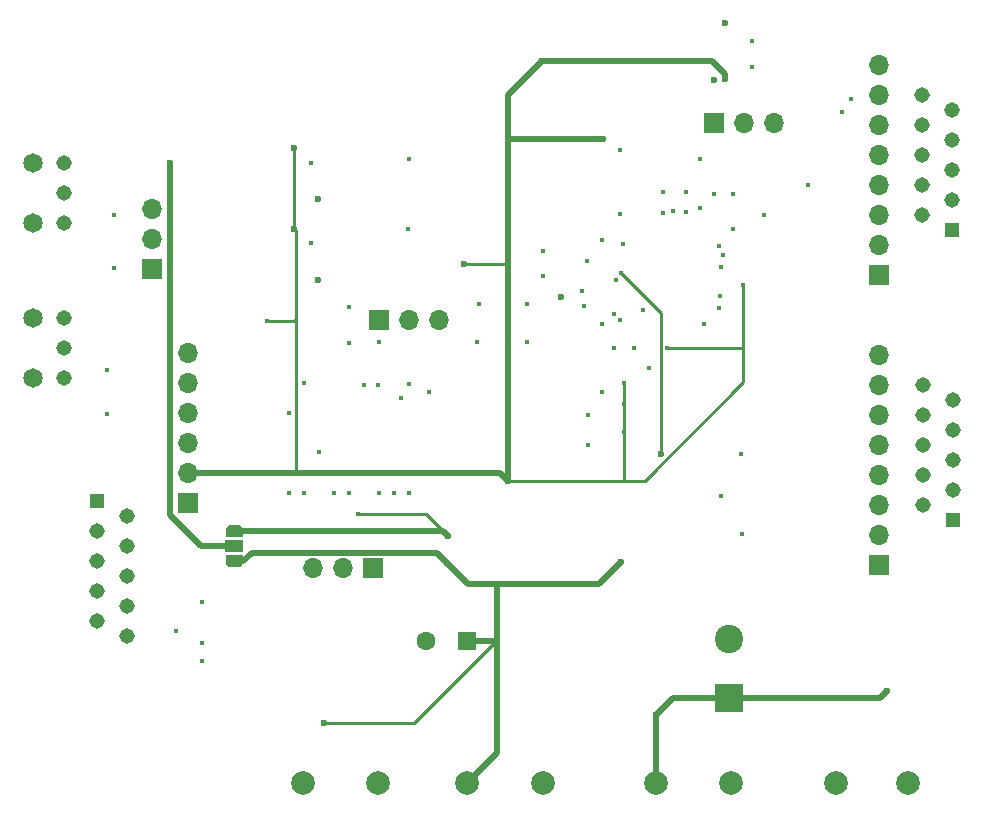
<source format=gbr>
G04 #@! TF.GenerationSoftware,KiCad,Pcbnew,(5.1.9-0-10_14)*
G04 #@! TF.CreationDate,2021-04-11T13:29:02+02:00*
G04 #@! TF.ProjectId,dac,6461632e-6b69-4636-9164-5f7063625858,rev?*
G04 #@! TF.SameCoordinates,Original*
G04 #@! TF.FileFunction,Copper,L4,Bot*
G04 #@! TF.FilePolarity,Positive*
%FSLAX46Y46*%
G04 Gerber Fmt 4.6, Leading zero omitted, Abs format (unit mm)*
G04 Created by KiCad (PCBNEW (5.1.9-0-10_14)) date 2021-04-11 13:29:02*
%MOMM*%
%LPD*%
G01*
G04 APERTURE LIST*
G04 #@! TA.AperFunction,ComponentPad*
%ADD10C,1.308000*%
G04 #@! TD*
G04 #@! TA.AperFunction,ComponentPad*
%ADD11C,1.650000*%
G04 #@! TD*
G04 #@! TA.AperFunction,SMDPad,CuDef*
%ADD12R,1.500000X1.000000*%
G04 #@! TD*
G04 #@! TA.AperFunction,SMDPad,CuDef*
%ADD13C,0.100000*%
G04 #@! TD*
G04 #@! TA.AperFunction,ComponentPad*
%ADD14O,1.700000X1.700000*%
G04 #@! TD*
G04 #@! TA.AperFunction,ComponentPad*
%ADD15R,1.700000X1.700000*%
G04 #@! TD*
G04 #@! TA.AperFunction,ComponentPad*
%ADD16C,2.000000*%
G04 #@! TD*
G04 #@! TA.AperFunction,ComponentPad*
%ADD17R,1.308000X1.308000*%
G04 #@! TD*
G04 #@! TA.AperFunction,ComponentPad*
%ADD18C,1.600000*%
G04 #@! TD*
G04 #@! TA.AperFunction,ComponentPad*
%ADD19R,1.600000X1.600000*%
G04 #@! TD*
G04 #@! TA.AperFunction,ComponentPad*
%ADD20C,2.400000*%
G04 #@! TD*
G04 #@! TA.AperFunction,ComponentPad*
%ADD21R,2.400000X2.400000*%
G04 #@! TD*
G04 #@! TA.AperFunction,ViaPad*
%ADD22C,0.450000*%
G04 #@! TD*
G04 #@! TA.AperFunction,ViaPad*
%ADD23C,0.600000*%
G04 #@! TD*
G04 #@! TA.AperFunction,Conductor*
%ADD24C,0.500000*%
G04 #@! TD*
G04 #@! TA.AperFunction,Conductor*
%ADD25C,0.250000*%
G04 #@! TD*
G04 APERTURE END LIST*
D10*
X115025000Y-83185000D03*
X115025000Y-85725000D03*
X115025000Y-88265000D03*
D11*
X112395000Y-88265000D03*
X112395000Y-83185000D03*
D10*
X115025000Y-70104000D03*
X115025000Y-72644000D03*
X115025000Y-75184000D03*
D11*
X112395000Y-75184000D03*
X112395000Y-70104000D03*
D12*
X129438400Y-102514400D03*
G04 #@! TA.AperFunction,SMDPad,CuDef*
D13*
G36*
X128689002Y-101214400D02*
G01*
X128689002Y-101189866D01*
X128693812Y-101141035D01*
X128703384Y-101092910D01*
X128717628Y-101045955D01*
X128736405Y-101000622D01*
X128759536Y-100957349D01*
X128786796Y-100916550D01*
X128817924Y-100878621D01*
X128852621Y-100843924D01*
X128890550Y-100812796D01*
X128931349Y-100785536D01*
X128974622Y-100762405D01*
X129019955Y-100743628D01*
X129066910Y-100729384D01*
X129115035Y-100719812D01*
X129163866Y-100715002D01*
X129188400Y-100715002D01*
X129188400Y-100714400D01*
X129688400Y-100714400D01*
X129688400Y-100715002D01*
X129712934Y-100715002D01*
X129761765Y-100719812D01*
X129809890Y-100729384D01*
X129856845Y-100743628D01*
X129902178Y-100762405D01*
X129945451Y-100785536D01*
X129986250Y-100812796D01*
X130024179Y-100843924D01*
X130058876Y-100878621D01*
X130090004Y-100916550D01*
X130117264Y-100957349D01*
X130140395Y-101000622D01*
X130159172Y-101045955D01*
X130173416Y-101092910D01*
X130182988Y-101141035D01*
X130187798Y-101189866D01*
X130187798Y-101214400D01*
X130188400Y-101214400D01*
X130188400Y-101764400D01*
X128688400Y-101764400D01*
X128688400Y-101214400D01*
X128689002Y-101214400D01*
G37*
G04 #@! TD.AperFunction*
G04 #@! TA.AperFunction,SMDPad,CuDef*
G36*
X130188400Y-103264400D02*
G01*
X130188400Y-103814400D01*
X130187798Y-103814400D01*
X130187798Y-103838934D01*
X130182988Y-103887765D01*
X130173416Y-103935890D01*
X130159172Y-103982845D01*
X130140395Y-104028178D01*
X130117264Y-104071451D01*
X130090004Y-104112250D01*
X130058876Y-104150179D01*
X130024179Y-104184876D01*
X129986250Y-104216004D01*
X129945451Y-104243264D01*
X129902178Y-104266395D01*
X129856845Y-104285172D01*
X129809890Y-104299416D01*
X129761765Y-104308988D01*
X129712934Y-104313798D01*
X129688400Y-104313798D01*
X129688400Y-104314400D01*
X129188400Y-104314400D01*
X129188400Y-104313798D01*
X129163866Y-104313798D01*
X129115035Y-104308988D01*
X129066910Y-104299416D01*
X129019955Y-104285172D01*
X128974622Y-104266395D01*
X128931349Y-104243264D01*
X128890550Y-104216004D01*
X128852621Y-104184876D01*
X128817924Y-104150179D01*
X128786796Y-104112250D01*
X128759536Y-104071451D01*
X128736405Y-104028178D01*
X128717628Y-103982845D01*
X128703384Y-103935890D01*
X128693812Y-103887765D01*
X128689002Y-103838934D01*
X128689002Y-103814400D01*
X128688400Y-103814400D01*
X128688400Y-103264400D01*
X130188400Y-103264400D01*
G37*
G04 #@! TD.AperFunction*
D14*
X136080500Y-104394000D03*
X138620500Y-104394000D03*
D15*
X141160500Y-104394000D03*
D16*
X171450000Y-122555000D03*
X165100000Y-122555000D03*
D17*
X190246000Y-100266500D03*
D10*
X187706000Y-98996500D03*
X190246000Y-97726500D03*
X187706000Y-96456500D03*
X190246000Y-95186500D03*
X187706000Y-93916500D03*
X190246000Y-92646500D03*
X187706000Y-91376500D03*
X190246000Y-90106500D03*
X187706000Y-88836500D03*
D14*
X184023000Y-86296500D03*
X184023000Y-88836500D03*
X184023000Y-91376500D03*
X184023000Y-93916500D03*
X184023000Y-96456500D03*
X184023000Y-98996500D03*
X184023000Y-101536500D03*
D15*
X184023000Y-104076500D03*
D14*
X175107600Y-66649600D03*
X172567600Y-66649600D03*
D15*
X170027600Y-66649600D03*
D14*
X122491500Y-73977500D03*
X122491500Y-76517500D03*
D15*
X122491500Y-79057500D03*
D14*
X184023000Y-61785500D03*
X184023000Y-64325500D03*
X184023000Y-66865500D03*
X184023000Y-69405500D03*
X184023000Y-71945500D03*
X184023000Y-74485500D03*
X184023000Y-77025500D03*
D15*
X184023000Y-79565500D03*
D14*
X146748500Y-83375500D03*
X144208500Y-83375500D03*
D15*
X141668500Y-83375500D03*
D17*
X117792500Y-98679000D03*
D10*
X120332500Y-99949000D03*
X117792500Y-101219000D03*
X120332500Y-102489000D03*
X117792500Y-103759000D03*
X120332500Y-105029000D03*
X117792500Y-106299000D03*
X120332500Y-107569000D03*
X117792500Y-108839000D03*
X120332500Y-110109000D03*
D17*
X190224000Y-75755500D03*
D10*
X187684000Y-74485500D03*
X190224000Y-73215500D03*
X187684000Y-71945500D03*
X190224000Y-70675500D03*
X187684000Y-69405500D03*
X190224000Y-68135500D03*
X187684000Y-66865500D03*
X190224000Y-65595500D03*
X187684000Y-64325500D03*
D18*
X145661500Y-110553500D03*
D19*
X149161500Y-110553500D03*
D14*
X125476000Y-86156800D03*
X125476000Y-88696800D03*
X125476000Y-91236800D03*
X125476000Y-93776800D03*
X125476000Y-96316800D03*
D15*
X125476000Y-98856800D03*
D16*
X180340000Y-122555000D03*
X186436000Y-122555000D03*
X141605000Y-122555000D03*
X149098000Y-122555000D03*
X155575000Y-122555000D03*
X135255000Y-122555000D03*
D20*
X171323000Y-110379500D03*
D21*
X171323000Y-115379500D03*
D22*
X165709600Y-72542400D03*
X165735000Y-74295000D03*
X164566600Y-87401400D03*
D23*
X170992800Y-58216800D03*
X136550400Y-73152000D03*
X136550400Y-79959200D03*
X157124400Y-81432400D03*
X131508500Y-96329500D03*
X152579000Y-96976000D03*
D22*
X166096000Y-85770400D03*
X172491400Y-80391000D03*
X162411400Y-88693000D03*
X162411400Y-92815400D03*
X162411400Y-90465900D03*
D23*
X155445800Y-61470200D03*
X148844000Y-78587600D03*
X160629600Y-68072000D03*
X170977600Y-63007200D03*
X134518400Y-75641200D03*
X134518400Y-68783200D03*
D22*
X132160000Y-83422500D03*
X139874000Y-99838500D03*
D23*
X147510500Y-101663500D03*
D22*
X159258000Y-78412000D03*
X155600400Y-79603600D03*
X155600400Y-77520800D03*
X162306000Y-76962000D03*
D23*
X184658000Y-114808000D03*
X165100000Y-116840000D03*
D22*
X135331200Y-88696800D03*
X134061200Y-91236800D03*
X136601200Y-94538800D03*
X159385000Y-91376500D03*
X150114000Y-81978500D03*
X144221200Y-88798400D03*
X159385000Y-93916500D03*
X149987000Y-85217000D03*
X141668500Y-85217000D03*
X141630400Y-88849200D03*
D23*
X165544500Y-94678500D03*
D22*
X162204400Y-79400400D03*
X167690800Y-74218800D03*
X167690800Y-72491600D03*
X163271200Y-85699600D03*
X161747200Y-79959200D03*
X161571002Y-82854800D03*
X161594800Y-85750400D03*
X160528000Y-83718400D03*
X140411200Y-88849200D03*
X145948400Y-89458800D03*
X160528000Y-89458800D03*
X154228800Y-85242400D03*
X159054800Y-82194400D03*
X158902400Y-80873600D03*
X154178000Y-81991200D03*
X170484800Y-77063600D03*
X170827765Y-77884800D03*
X174269400Y-74498200D03*
X177977800Y-71958200D03*
X170611800Y-78862000D03*
X162115500Y-74422000D03*
X162111164Y-68981662D03*
X160528000Y-76581000D03*
X171653200Y-75641200D03*
X171653200Y-72694800D03*
X169189400Y-83693000D03*
X172440600Y-101523800D03*
X170611800Y-98272600D03*
X170459400Y-82372200D03*
X170510200Y-81322199D03*
X172339000Y-94716600D03*
D23*
X170027600Y-63042800D03*
D22*
X181610000Y-64668400D03*
X173228000Y-59740800D03*
X162119800Y-83362800D03*
X170027600Y-72694800D03*
X164033200Y-82550000D03*
X180898800Y-65735200D03*
X173228000Y-61925200D03*
X168859200Y-73914000D03*
X168859200Y-69697600D03*
X144221200Y-69697600D03*
X166573200Y-74117200D03*
X144170400Y-75641200D03*
X139128500Y-97980500D03*
X137843498Y-97995502D03*
X139128500Y-85344000D03*
X139128500Y-82296000D03*
X135318500Y-97980500D03*
X134048500Y-97980500D03*
X118681500Y-91313000D03*
X119253000Y-78994000D03*
X126682500Y-107274010D03*
X141668500Y-97980500D03*
X144208500Y-98044000D03*
X124523500Y-109728000D03*
X143573500Y-89979500D03*
X126682500Y-112268000D03*
X126682500Y-110680500D03*
X142938500Y-98044000D03*
D23*
X147433000Y-103963500D03*
X162179000Y-103822500D03*
X151638000Y-110490000D03*
X137033000Y-117475000D03*
D22*
X135890000Y-70053200D03*
X119253000Y-74498200D03*
X135890000Y-76860400D03*
X118681500Y-87566500D03*
D23*
X123952000Y-70104000D03*
X123952000Y-83210400D03*
D24*
X151932500Y-96329500D02*
X152579000Y-96976000D01*
X143129000Y-96329500D02*
X151932500Y-96329500D01*
D25*
X166096000Y-85770400D02*
X166096000Y-85770400D01*
X164172002Y-96976000D02*
X172491400Y-88656602D01*
X172446000Y-85770400D02*
X172491400Y-85725000D01*
X166096000Y-85770400D02*
X172446000Y-85770400D01*
X172491400Y-85725000D02*
X172491400Y-80391000D01*
X172491400Y-88656602D02*
X172491400Y-85725000D01*
X162411400Y-96973400D02*
X162408800Y-96976000D01*
X162408800Y-96976000D02*
X164172002Y-96976000D01*
X152579000Y-96976000D02*
X162408800Y-96976000D01*
D24*
X125488700Y-96329500D02*
X125476000Y-96316800D01*
X131508500Y-96329500D02*
X125488700Y-96329500D01*
D25*
X162411400Y-92815400D02*
X162411400Y-96973400D01*
X162411400Y-90465900D02*
X162411400Y-92815400D01*
X162411400Y-88693000D02*
X162411400Y-90465900D01*
D24*
X152579000Y-64337000D02*
X155445800Y-61470200D01*
D25*
X148844000Y-78587600D02*
X152501600Y-78587600D01*
X152501600Y-78587600D02*
X152579000Y-78665000D01*
D24*
X152579000Y-96976000D02*
X152579000Y-78665000D01*
D25*
X152654000Y-68072000D02*
X152579000Y-68147000D01*
D24*
X152579000Y-78665000D02*
X152579000Y-68147000D01*
X152755600Y-68072000D02*
X152579000Y-67895400D01*
X160629600Y-68072000D02*
X152755600Y-68072000D01*
X152579000Y-67895400D02*
X152579000Y-64337000D01*
X152579000Y-68147000D02*
X152579000Y-67895400D01*
X170977600Y-62582936D02*
X170977600Y-63007200D01*
X169864864Y-61470200D02*
X170977600Y-62582936D01*
X155445800Y-61470200D02*
X169864864Y-61470200D01*
D25*
X134518400Y-68783200D02*
X134518400Y-75641200D01*
X134586201Y-96299799D02*
X134556500Y-96329500D01*
X134518400Y-75641200D02*
X134586201Y-75709001D01*
D24*
X131508500Y-96329500D02*
X134556500Y-96329500D01*
D25*
X139874000Y-99838500D02*
X145685500Y-99838500D01*
X145685500Y-99838500D02*
X147510500Y-101663500D01*
X134518400Y-75641200D02*
X134611201Y-75734001D01*
D24*
X134835900Y-96329500D02*
X143129000Y-96329500D01*
D25*
X134611201Y-96104801D02*
X134835900Y-96329500D01*
D24*
X134556500Y-96329500D02*
X134835900Y-96329500D01*
D25*
X132160000Y-83422500D02*
X134509500Y-83422500D01*
X134509500Y-83422500D02*
X134611201Y-83320799D01*
X134611201Y-83320799D02*
X134611201Y-96104801D01*
X134611201Y-75734001D02*
X134611201Y-83320799D01*
D24*
X147061400Y-101214400D02*
X129438400Y-101214400D01*
X147510500Y-101663500D02*
X147061400Y-101214400D01*
X184086500Y-115379500D02*
X184658000Y-114808000D01*
X171323000Y-115379500D02*
X184086500Y-115379500D01*
X166560500Y-115379500D02*
X165100000Y-116840000D01*
X171323000Y-115379500D02*
X166560500Y-115379500D01*
X165100000Y-116840000D02*
X165100000Y-122555000D01*
D25*
X165544500Y-94678500D02*
X165544500Y-82955000D01*
X165544500Y-82740500D02*
X162204400Y-79400400D01*
X165544500Y-82955000D02*
X165544500Y-82740500D01*
D24*
X147433000Y-103963500D02*
X149197000Y-105727500D01*
X160274000Y-105727500D02*
X162179000Y-103822500D01*
X154051000Y-105727500D02*
X160274000Y-105727500D01*
X151574500Y-110553500D02*
X151638000Y-110490000D01*
X149161500Y-110553500D02*
X151574500Y-110553500D01*
X151638000Y-105791000D02*
X151574500Y-105727500D01*
X151638000Y-110490000D02*
X151638000Y-105791000D01*
X151574500Y-105727500D02*
X154051000Y-105727500D01*
X149197000Y-105727500D02*
X151574500Y-105727500D01*
X151638000Y-120015000D02*
X149098000Y-122555000D01*
X151638000Y-110490000D02*
X151638000Y-120015000D01*
D25*
X144653000Y-117475000D02*
X151638000Y-110490000D01*
X137033000Y-117475000D02*
X144653000Y-117475000D01*
D24*
X130906393Y-103093999D02*
X130185992Y-103814400D01*
X146563499Y-103093999D02*
X130906393Y-103093999D01*
X130185992Y-103814400D02*
X129438400Y-103814400D01*
X147433000Y-103963500D02*
X146563499Y-103093999D01*
X123952000Y-70104000D02*
X123952000Y-83210400D01*
X123952000Y-99842802D02*
X123952000Y-83210400D01*
X126623598Y-102514400D02*
X123952000Y-99842802D01*
X129438400Y-102514400D02*
X126623598Y-102514400D01*
M02*

</source>
